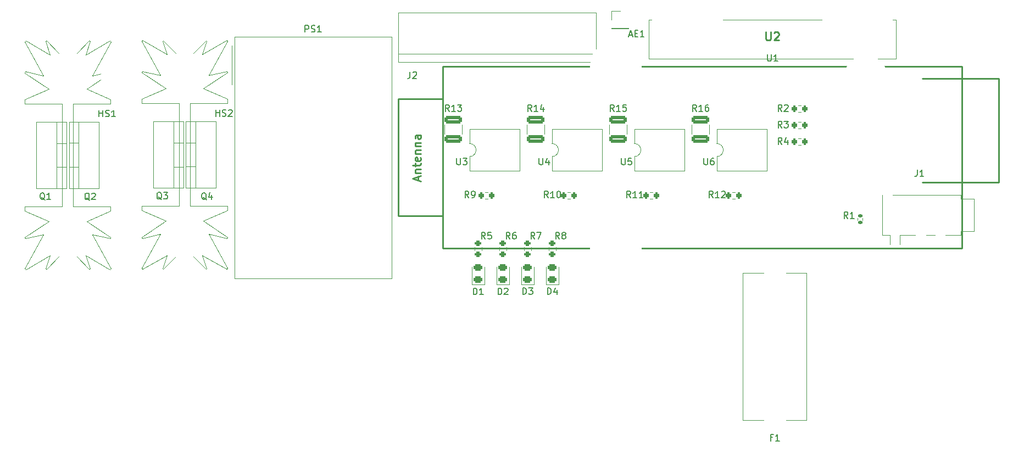
<source format=gbr>
%TF.GenerationSoftware,KiCad,Pcbnew,(7.0.0)*%
%TF.CreationDate,2024-01-27T17:52:15+01:00*%
%TF.ProjectId,bed-smart-plug,6265642d-736d-4617-9274-2d706c75672e,rev?*%
%TF.SameCoordinates,Original*%
%TF.FileFunction,Legend,Top*%
%TF.FilePolarity,Positive*%
%FSLAX46Y46*%
G04 Gerber Fmt 4.6, Leading zero omitted, Abs format (unit mm)*
G04 Created by KiCad (PCBNEW (7.0.0)) date 2024-01-27 17:52:15*
%MOMM*%
%LPD*%
G01*
G04 APERTURE LIST*
G04 Aperture macros list*
%AMRoundRect*
0 Rectangle with rounded corners*
0 $1 Rounding radius*
0 $2 $3 $4 $5 $6 $7 $8 $9 X,Y pos of 4 corners*
0 Add a 4 corners polygon primitive as box body*
4,1,4,$2,$3,$4,$5,$6,$7,$8,$9,$2,$3,0*
0 Add four circle primitives for the rounded corners*
1,1,$1+$1,$2,$3*
1,1,$1+$1,$4,$5*
1,1,$1+$1,$6,$7*
1,1,$1+$1,$8,$9*
0 Add four rect primitives between the rounded corners*
20,1,$1+$1,$2,$3,$4,$5,0*
20,1,$1+$1,$4,$5,$6,$7,0*
20,1,$1+$1,$6,$7,$8,$9,0*
20,1,$1+$1,$8,$9,$2,$3,0*%
G04 Aperture macros list end*
%ADD10C,0.150000*%
%ADD11C,0.254000*%
%ADD12C,0.120000*%
%ADD13C,0.100000*%
%ADD14C,6.000000*%
%ADD15C,6.400000*%
%ADD16RoundRect,0.243750X0.456250X-0.243750X0.456250X0.243750X-0.456250X0.243750X-0.456250X-0.243750X0*%
%ADD17C,8.000000*%
%ADD18R,1.780000X2.000000*%
%ADD19C,2.700000*%
%ADD20C,3.000000*%
%ADD21RoundRect,0.250000X1.075000X-0.312500X1.075000X0.312500X-1.075000X0.312500X-1.075000X-0.312500X0*%
%ADD22O,2.000000X1.905000*%
%ADD23R,2.000000X1.905000*%
%ADD24R,1.700000X1.700000*%
%ADD25RoundRect,0.200000X-0.200000X-0.275000X0.200000X-0.275000X0.200000X0.275000X-0.200000X0.275000X0*%
%ADD26R,1.778000X1.778000*%
%ADD27C,1.778000*%
%ADD28C,1.200000*%
%ADD29R,2.300000X2.000000*%
%ADD30C,2.300000*%
%ADD31C,1.500000*%
%ADD32R,1.200000X2.500000*%
%ADD33R,3.000000X3.000000*%
%ADD34RoundRect,0.200000X-0.275000X0.200000X-0.275000X-0.200000X0.275000X-0.200000X0.275000X0.200000X0*%
%ADD35RoundRect,0.135000X0.185000X-0.135000X0.185000X0.135000X-0.185000X0.135000X-0.185000X-0.135000X0*%
G04 APERTURE END LIST*
D10*
%TO.C,HS1*%
X83806905Y-63427380D02*
X83806905Y-62427380D01*
X83806905Y-62903571D02*
X84378333Y-62903571D01*
X84378333Y-63427380D02*
X84378333Y-62427380D01*
X84806905Y-63379761D02*
X84949762Y-63427380D01*
X84949762Y-63427380D02*
X85187857Y-63427380D01*
X85187857Y-63427380D02*
X85283095Y-63379761D01*
X85283095Y-63379761D02*
X85330714Y-63332142D01*
X85330714Y-63332142D02*
X85378333Y-63236904D01*
X85378333Y-63236904D02*
X85378333Y-63141666D01*
X85378333Y-63141666D02*
X85330714Y-63046428D01*
X85330714Y-63046428D02*
X85283095Y-62998809D01*
X85283095Y-62998809D02*
X85187857Y-62951190D01*
X85187857Y-62951190D02*
X84997381Y-62903571D01*
X84997381Y-62903571D02*
X84902143Y-62855952D01*
X84902143Y-62855952D02*
X84854524Y-62808333D01*
X84854524Y-62808333D02*
X84806905Y-62713095D01*
X84806905Y-62713095D02*
X84806905Y-62617857D01*
X84806905Y-62617857D02*
X84854524Y-62522619D01*
X84854524Y-62522619D02*
X84902143Y-62475000D01*
X84902143Y-62475000D02*
X84997381Y-62427380D01*
X84997381Y-62427380D02*
X85235476Y-62427380D01*
X85235476Y-62427380D02*
X85378333Y-62475000D01*
X86330714Y-63427380D02*
X85759286Y-63427380D01*
X86045000Y-63427380D02*
X86045000Y-62427380D01*
X86045000Y-62427380D02*
X85949762Y-62570238D01*
X85949762Y-62570238D02*
X85854524Y-62665476D01*
X85854524Y-62665476D02*
X85759286Y-62713095D01*
%TO.C,*%
%TO.C,D2*%
X145311905Y-90869880D02*
X145311905Y-89869880D01*
X145311905Y-89869880D02*
X145550000Y-89869880D01*
X145550000Y-89869880D02*
X145692857Y-89917500D01*
X145692857Y-89917500D02*
X145788095Y-90012738D01*
X145788095Y-90012738D02*
X145835714Y-90107976D01*
X145835714Y-90107976D02*
X145883333Y-90298452D01*
X145883333Y-90298452D02*
X145883333Y-90441309D01*
X145883333Y-90441309D02*
X145835714Y-90631785D01*
X145835714Y-90631785D02*
X145788095Y-90727023D01*
X145788095Y-90727023D02*
X145692857Y-90822261D01*
X145692857Y-90822261D02*
X145550000Y-90869880D01*
X145550000Y-90869880D02*
X145311905Y-90869880D01*
X146264286Y-89965119D02*
X146311905Y-89917500D01*
X146311905Y-89917500D02*
X146407143Y-89869880D01*
X146407143Y-89869880D02*
X146645238Y-89869880D01*
X146645238Y-89869880D02*
X146740476Y-89917500D01*
X146740476Y-89917500D02*
X146788095Y-89965119D01*
X146788095Y-89965119D02*
X146835714Y-90060357D01*
X146835714Y-90060357D02*
X146835714Y-90155595D01*
X146835714Y-90155595D02*
X146788095Y-90298452D01*
X146788095Y-90298452D02*
X146216667Y-90869880D01*
X146216667Y-90869880D02*
X146835714Y-90869880D01*
%TO.C,*%
%TO.C,U5*%
X164338095Y-69852380D02*
X164338095Y-70661904D01*
X164338095Y-70661904D02*
X164385714Y-70757142D01*
X164385714Y-70757142D02*
X164433333Y-70804761D01*
X164433333Y-70804761D02*
X164528571Y-70852380D01*
X164528571Y-70852380D02*
X164719047Y-70852380D01*
X164719047Y-70852380D02*
X164814285Y-70804761D01*
X164814285Y-70804761D02*
X164861904Y-70757142D01*
X164861904Y-70757142D02*
X164909523Y-70661904D01*
X164909523Y-70661904D02*
X164909523Y-69852380D01*
X165861904Y-69852380D02*
X165385714Y-69852380D01*
X165385714Y-69852380D02*
X165338095Y-70328571D01*
X165338095Y-70328571D02*
X165385714Y-70280952D01*
X165385714Y-70280952D02*
X165480952Y-70233333D01*
X165480952Y-70233333D02*
X165719047Y-70233333D01*
X165719047Y-70233333D02*
X165814285Y-70280952D01*
X165814285Y-70280952D02*
X165861904Y-70328571D01*
X165861904Y-70328571D02*
X165909523Y-70423809D01*
X165909523Y-70423809D02*
X165909523Y-70661904D01*
X165909523Y-70661904D02*
X165861904Y-70757142D01*
X165861904Y-70757142D02*
X165814285Y-70804761D01*
X165814285Y-70804761D02*
X165719047Y-70852380D01*
X165719047Y-70852380D02*
X165480952Y-70852380D01*
X165480952Y-70852380D02*
X165385714Y-70804761D01*
X165385714Y-70804761D02*
X165338095Y-70757142D01*
%TO.C,F1*%
X187626666Y-112873571D02*
X187293333Y-112873571D01*
X187293333Y-113397380D02*
X187293333Y-112397380D01*
X187293333Y-112397380D02*
X187769523Y-112397380D01*
X188674285Y-113397380D02*
X188102857Y-113397380D01*
X188388571Y-113397380D02*
X188388571Y-112397380D01*
X188388571Y-112397380D02*
X188293333Y-112540238D01*
X188293333Y-112540238D02*
X188198095Y-112635476D01*
X188198095Y-112635476D02*
X188102857Y-112683095D01*
%TO.C,R16*%
X175887142Y-62597380D02*
X175553809Y-62121190D01*
X175315714Y-62597380D02*
X175315714Y-61597380D01*
X175315714Y-61597380D02*
X175696666Y-61597380D01*
X175696666Y-61597380D02*
X175791904Y-61645000D01*
X175791904Y-61645000D02*
X175839523Y-61692619D01*
X175839523Y-61692619D02*
X175887142Y-61787857D01*
X175887142Y-61787857D02*
X175887142Y-61930714D01*
X175887142Y-61930714D02*
X175839523Y-62025952D01*
X175839523Y-62025952D02*
X175791904Y-62073571D01*
X175791904Y-62073571D02*
X175696666Y-62121190D01*
X175696666Y-62121190D02*
X175315714Y-62121190D01*
X176839523Y-62597380D02*
X176268095Y-62597380D01*
X176553809Y-62597380D02*
X176553809Y-61597380D01*
X176553809Y-61597380D02*
X176458571Y-61740238D01*
X176458571Y-61740238D02*
X176363333Y-61835476D01*
X176363333Y-61835476D02*
X176268095Y-61883095D01*
X177696666Y-61597380D02*
X177506190Y-61597380D01*
X177506190Y-61597380D02*
X177410952Y-61645000D01*
X177410952Y-61645000D02*
X177363333Y-61692619D01*
X177363333Y-61692619D02*
X177268095Y-61835476D01*
X177268095Y-61835476D02*
X177220476Y-62025952D01*
X177220476Y-62025952D02*
X177220476Y-62406904D01*
X177220476Y-62406904D02*
X177268095Y-62502142D01*
X177268095Y-62502142D02*
X177315714Y-62549761D01*
X177315714Y-62549761D02*
X177410952Y-62597380D01*
X177410952Y-62597380D02*
X177601428Y-62597380D01*
X177601428Y-62597380D02*
X177696666Y-62549761D01*
X177696666Y-62549761D02*
X177744285Y-62502142D01*
X177744285Y-62502142D02*
X177791904Y-62406904D01*
X177791904Y-62406904D02*
X177791904Y-62168809D01*
X177791904Y-62168809D02*
X177744285Y-62073571D01*
X177744285Y-62073571D02*
X177696666Y-62025952D01*
X177696666Y-62025952D02*
X177601428Y-61978333D01*
X177601428Y-61978333D02*
X177410952Y-61978333D01*
X177410952Y-61978333D02*
X177315714Y-62025952D01*
X177315714Y-62025952D02*
X177268095Y-62073571D01*
X177268095Y-62073571D02*
X177220476Y-62168809D01*
%TO.C,D4*%
X152931905Y-90837380D02*
X152931905Y-89837380D01*
X152931905Y-89837380D02*
X153170000Y-89837380D01*
X153170000Y-89837380D02*
X153312857Y-89885000D01*
X153312857Y-89885000D02*
X153408095Y-89980238D01*
X153408095Y-89980238D02*
X153455714Y-90075476D01*
X153455714Y-90075476D02*
X153503333Y-90265952D01*
X153503333Y-90265952D02*
X153503333Y-90408809D01*
X153503333Y-90408809D02*
X153455714Y-90599285D01*
X153455714Y-90599285D02*
X153408095Y-90694523D01*
X153408095Y-90694523D02*
X153312857Y-90789761D01*
X153312857Y-90789761D02*
X153170000Y-90837380D01*
X153170000Y-90837380D02*
X152931905Y-90837380D01*
X154360476Y-90170714D02*
X154360476Y-90837380D01*
X154122381Y-89789761D02*
X153884286Y-90504047D01*
X153884286Y-90504047D02*
X154503333Y-90504047D01*
%TO.C,*%
%TO.C,Q3*%
X93454761Y-76212619D02*
X93359523Y-76165000D01*
X93359523Y-76165000D02*
X93264285Y-76069761D01*
X93264285Y-76069761D02*
X93121428Y-75926904D01*
X93121428Y-75926904D02*
X93026190Y-75879285D01*
X93026190Y-75879285D02*
X92930952Y-75879285D01*
X92978571Y-76117380D02*
X92883333Y-76069761D01*
X92883333Y-76069761D02*
X92788095Y-75974523D01*
X92788095Y-75974523D02*
X92740476Y-75784047D01*
X92740476Y-75784047D02*
X92740476Y-75450714D01*
X92740476Y-75450714D02*
X92788095Y-75260238D01*
X92788095Y-75260238D02*
X92883333Y-75165000D01*
X92883333Y-75165000D02*
X92978571Y-75117380D01*
X92978571Y-75117380D02*
X93169047Y-75117380D01*
X93169047Y-75117380D02*
X93264285Y-75165000D01*
X93264285Y-75165000D02*
X93359523Y-75260238D01*
X93359523Y-75260238D02*
X93407142Y-75450714D01*
X93407142Y-75450714D02*
X93407142Y-75784047D01*
X93407142Y-75784047D02*
X93359523Y-75974523D01*
X93359523Y-75974523D02*
X93264285Y-76069761D01*
X93264285Y-76069761D02*
X93169047Y-76117380D01*
X93169047Y-76117380D02*
X92978571Y-76117380D01*
X93740476Y-75117380D02*
X94359523Y-75117380D01*
X94359523Y-75117380D02*
X94026190Y-75498333D01*
X94026190Y-75498333D02*
X94169047Y-75498333D01*
X94169047Y-75498333D02*
X94264285Y-75545952D01*
X94264285Y-75545952D02*
X94311904Y-75593571D01*
X94311904Y-75593571D02*
X94359523Y-75688809D01*
X94359523Y-75688809D02*
X94359523Y-75926904D01*
X94359523Y-75926904D02*
X94311904Y-76022142D01*
X94311904Y-76022142D02*
X94264285Y-76069761D01*
X94264285Y-76069761D02*
X94169047Y-76117380D01*
X94169047Y-76117380D02*
X93883333Y-76117380D01*
X93883333Y-76117380D02*
X93788095Y-76069761D01*
X93788095Y-76069761D02*
X93740476Y-76022142D01*
%TO.C,*%
%TO.C,AE1*%
X165483333Y-50831666D02*
X165959523Y-50831666D01*
X165388095Y-51117380D02*
X165721428Y-50117380D01*
X165721428Y-50117380D02*
X166054761Y-51117380D01*
X166388095Y-50593571D02*
X166721428Y-50593571D01*
X166864285Y-51117380D02*
X166388095Y-51117380D01*
X166388095Y-51117380D02*
X166388095Y-50117380D01*
X166388095Y-50117380D02*
X166864285Y-50117380D01*
X167816666Y-51117380D02*
X167245238Y-51117380D01*
X167530952Y-51117380D02*
X167530952Y-50117380D01*
X167530952Y-50117380D02*
X167435714Y-50260238D01*
X167435714Y-50260238D02*
X167340476Y-50355476D01*
X167340476Y-50355476D02*
X167245238Y-50403095D01*
%TO.C,R10*%
X153027142Y-75932380D02*
X152693809Y-75456190D01*
X152455714Y-75932380D02*
X152455714Y-74932380D01*
X152455714Y-74932380D02*
X152836666Y-74932380D01*
X152836666Y-74932380D02*
X152931904Y-74980000D01*
X152931904Y-74980000D02*
X152979523Y-75027619D01*
X152979523Y-75027619D02*
X153027142Y-75122857D01*
X153027142Y-75122857D02*
X153027142Y-75265714D01*
X153027142Y-75265714D02*
X152979523Y-75360952D01*
X152979523Y-75360952D02*
X152931904Y-75408571D01*
X152931904Y-75408571D02*
X152836666Y-75456190D01*
X152836666Y-75456190D02*
X152455714Y-75456190D01*
X153979523Y-75932380D02*
X153408095Y-75932380D01*
X153693809Y-75932380D02*
X153693809Y-74932380D01*
X153693809Y-74932380D02*
X153598571Y-75075238D01*
X153598571Y-75075238D02*
X153503333Y-75170476D01*
X153503333Y-75170476D02*
X153408095Y-75218095D01*
X154598571Y-74932380D02*
X154693809Y-74932380D01*
X154693809Y-74932380D02*
X154789047Y-74980000D01*
X154789047Y-74980000D02*
X154836666Y-75027619D01*
X154836666Y-75027619D02*
X154884285Y-75122857D01*
X154884285Y-75122857D02*
X154931904Y-75313333D01*
X154931904Y-75313333D02*
X154931904Y-75551428D01*
X154931904Y-75551428D02*
X154884285Y-75741904D01*
X154884285Y-75741904D02*
X154836666Y-75837142D01*
X154836666Y-75837142D02*
X154789047Y-75884761D01*
X154789047Y-75884761D02*
X154693809Y-75932380D01*
X154693809Y-75932380D02*
X154598571Y-75932380D01*
X154598571Y-75932380D02*
X154503333Y-75884761D01*
X154503333Y-75884761D02*
X154455714Y-75837142D01*
X154455714Y-75837142D02*
X154408095Y-75741904D01*
X154408095Y-75741904D02*
X154360476Y-75551428D01*
X154360476Y-75551428D02*
X154360476Y-75313333D01*
X154360476Y-75313333D02*
X154408095Y-75122857D01*
X154408095Y-75122857D02*
X154455714Y-75027619D01*
X154455714Y-75027619D02*
X154503333Y-74980000D01*
X154503333Y-74980000D02*
X154598571Y-74932380D01*
%TO.C,U1*%
X186853095Y-53857380D02*
X186853095Y-54666904D01*
X186853095Y-54666904D02*
X186900714Y-54762142D01*
X186900714Y-54762142D02*
X186948333Y-54809761D01*
X186948333Y-54809761D02*
X187043571Y-54857380D01*
X187043571Y-54857380D02*
X187234047Y-54857380D01*
X187234047Y-54857380D02*
X187329285Y-54809761D01*
X187329285Y-54809761D02*
X187376904Y-54762142D01*
X187376904Y-54762142D02*
X187424523Y-54666904D01*
X187424523Y-54666904D02*
X187424523Y-53857380D01*
X188424523Y-54857380D02*
X187853095Y-54857380D01*
X188138809Y-54857380D02*
X188138809Y-53857380D01*
X188138809Y-53857380D02*
X188043571Y-54000238D01*
X188043571Y-54000238D02*
X187948333Y-54095476D01*
X187948333Y-54095476D02*
X187853095Y-54143095D01*
D11*
X133003716Y-73237619D02*
X133003716Y-72632857D01*
X133366573Y-73358571D02*
X132096573Y-72935238D01*
X132096573Y-72935238D02*
X133366573Y-72511904D01*
X132519907Y-72088572D02*
X133366573Y-72088572D01*
X132640859Y-72088572D02*
X132580383Y-72028095D01*
X132580383Y-72028095D02*
X132519907Y-71907143D01*
X132519907Y-71907143D02*
X132519907Y-71725714D01*
X132519907Y-71725714D02*
X132580383Y-71604762D01*
X132580383Y-71604762D02*
X132701335Y-71544286D01*
X132701335Y-71544286D02*
X133366573Y-71544286D01*
X132519907Y-71120952D02*
X132519907Y-70637143D01*
X132096573Y-70939524D02*
X133185145Y-70939524D01*
X133185145Y-70939524D02*
X133306097Y-70879047D01*
X133306097Y-70879047D02*
X133366573Y-70758095D01*
X133366573Y-70758095D02*
X133366573Y-70637143D01*
X133306097Y-69730000D02*
X133366573Y-69850952D01*
X133366573Y-69850952D02*
X133366573Y-70092857D01*
X133366573Y-70092857D02*
X133306097Y-70213810D01*
X133306097Y-70213810D02*
X133185145Y-70274286D01*
X133185145Y-70274286D02*
X132701335Y-70274286D01*
X132701335Y-70274286D02*
X132580383Y-70213810D01*
X132580383Y-70213810D02*
X132519907Y-70092857D01*
X132519907Y-70092857D02*
X132519907Y-69850952D01*
X132519907Y-69850952D02*
X132580383Y-69730000D01*
X132580383Y-69730000D02*
X132701335Y-69669524D01*
X132701335Y-69669524D02*
X132822288Y-69669524D01*
X132822288Y-69669524D02*
X132943240Y-70274286D01*
X132519907Y-69125239D02*
X133366573Y-69125239D01*
X132640859Y-69125239D02*
X132580383Y-69064762D01*
X132580383Y-69064762D02*
X132519907Y-68943810D01*
X132519907Y-68943810D02*
X132519907Y-68762381D01*
X132519907Y-68762381D02*
X132580383Y-68641429D01*
X132580383Y-68641429D02*
X132701335Y-68580953D01*
X132701335Y-68580953D02*
X133366573Y-68580953D01*
X132519907Y-67976191D02*
X133366573Y-67976191D01*
X132640859Y-67976191D02*
X132580383Y-67915714D01*
X132580383Y-67915714D02*
X132519907Y-67794762D01*
X132519907Y-67794762D02*
X132519907Y-67613333D01*
X132519907Y-67613333D02*
X132580383Y-67492381D01*
X132580383Y-67492381D02*
X132701335Y-67431905D01*
X132701335Y-67431905D02*
X133366573Y-67431905D01*
X133366573Y-66282857D02*
X132701335Y-66282857D01*
X132701335Y-66282857D02*
X132580383Y-66343333D01*
X132580383Y-66343333D02*
X132519907Y-66464285D01*
X132519907Y-66464285D02*
X132519907Y-66706190D01*
X132519907Y-66706190D02*
X132580383Y-66827143D01*
X133306097Y-66282857D02*
X133366573Y-66403809D01*
X133366573Y-66403809D02*
X133366573Y-66706190D01*
X133366573Y-66706190D02*
X133306097Y-66827143D01*
X133306097Y-66827143D02*
X133185145Y-66887619D01*
X133185145Y-66887619D02*
X133064192Y-66887619D01*
X133064192Y-66887619D02*
X132943240Y-66827143D01*
X132943240Y-66827143D02*
X132882764Y-66706190D01*
X132882764Y-66706190D02*
X132882764Y-66403809D01*
X132882764Y-66403809D02*
X132822288Y-66282857D01*
D10*
%TO.C,Q4*%
X100354761Y-76262619D02*
X100259523Y-76215000D01*
X100259523Y-76215000D02*
X100164285Y-76119761D01*
X100164285Y-76119761D02*
X100021428Y-75976904D01*
X100021428Y-75976904D02*
X99926190Y-75929285D01*
X99926190Y-75929285D02*
X99830952Y-75929285D01*
X99878571Y-76167380D02*
X99783333Y-76119761D01*
X99783333Y-76119761D02*
X99688095Y-76024523D01*
X99688095Y-76024523D02*
X99640476Y-75834047D01*
X99640476Y-75834047D02*
X99640476Y-75500714D01*
X99640476Y-75500714D02*
X99688095Y-75310238D01*
X99688095Y-75310238D02*
X99783333Y-75215000D01*
X99783333Y-75215000D02*
X99878571Y-75167380D01*
X99878571Y-75167380D02*
X100069047Y-75167380D01*
X100069047Y-75167380D02*
X100164285Y-75215000D01*
X100164285Y-75215000D02*
X100259523Y-75310238D01*
X100259523Y-75310238D02*
X100307142Y-75500714D01*
X100307142Y-75500714D02*
X100307142Y-75834047D01*
X100307142Y-75834047D02*
X100259523Y-76024523D01*
X100259523Y-76024523D02*
X100164285Y-76119761D01*
X100164285Y-76119761D02*
X100069047Y-76167380D01*
X100069047Y-76167380D02*
X99878571Y-76167380D01*
X101164285Y-75500714D02*
X101164285Y-76167380D01*
X100926190Y-75119761D02*
X100688095Y-75834047D01*
X100688095Y-75834047D02*
X101307142Y-75834047D01*
%TO.C,D1*%
X141501905Y-90869880D02*
X141501905Y-89869880D01*
X141501905Y-89869880D02*
X141740000Y-89869880D01*
X141740000Y-89869880D02*
X141882857Y-89917500D01*
X141882857Y-89917500D02*
X141978095Y-90012738D01*
X141978095Y-90012738D02*
X142025714Y-90107976D01*
X142025714Y-90107976D02*
X142073333Y-90298452D01*
X142073333Y-90298452D02*
X142073333Y-90441309D01*
X142073333Y-90441309D02*
X142025714Y-90631785D01*
X142025714Y-90631785D02*
X141978095Y-90727023D01*
X141978095Y-90727023D02*
X141882857Y-90822261D01*
X141882857Y-90822261D02*
X141740000Y-90869880D01*
X141740000Y-90869880D02*
X141501905Y-90869880D01*
X143025714Y-90869880D02*
X142454286Y-90869880D01*
X142740000Y-90869880D02*
X142740000Y-89869880D01*
X142740000Y-89869880D02*
X142644762Y-90012738D01*
X142644762Y-90012738D02*
X142549524Y-90107976D01*
X142549524Y-90107976D02*
X142454286Y-90155595D01*
D11*
%TO.C,U2*%
X186592380Y-50396573D02*
X186592380Y-51424669D01*
X186592380Y-51424669D02*
X186652857Y-51545621D01*
X186652857Y-51545621D02*
X186713333Y-51606097D01*
X186713333Y-51606097D02*
X186834285Y-51666573D01*
X186834285Y-51666573D02*
X187076190Y-51666573D01*
X187076190Y-51666573D02*
X187197142Y-51606097D01*
X187197142Y-51606097D02*
X187257619Y-51545621D01*
X187257619Y-51545621D02*
X187318095Y-51424669D01*
X187318095Y-51424669D02*
X187318095Y-50396573D01*
X187862380Y-50517526D02*
X187922856Y-50457050D01*
X187922856Y-50457050D02*
X188043809Y-50396573D01*
X188043809Y-50396573D02*
X188346190Y-50396573D01*
X188346190Y-50396573D02*
X188467142Y-50457050D01*
X188467142Y-50457050D02*
X188527618Y-50517526D01*
X188527618Y-50517526D02*
X188588095Y-50638478D01*
X188588095Y-50638478D02*
X188588095Y-50759430D01*
X188588095Y-50759430D02*
X188527618Y-50940859D01*
X188527618Y-50940859D02*
X187801904Y-51666573D01*
X187801904Y-51666573D02*
X188588095Y-51666573D01*
D10*
%TO.C,PS1*%
X115575714Y-50387380D02*
X115575714Y-49387380D01*
X115575714Y-49387380D02*
X115956666Y-49387380D01*
X115956666Y-49387380D02*
X116051904Y-49435000D01*
X116051904Y-49435000D02*
X116099523Y-49482619D01*
X116099523Y-49482619D02*
X116147142Y-49577857D01*
X116147142Y-49577857D02*
X116147142Y-49720714D01*
X116147142Y-49720714D02*
X116099523Y-49815952D01*
X116099523Y-49815952D02*
X116051904Y-49863571D01*
X116051904Y-49863571D02*
X115956666Y-49911190D01*
X115956666Y-49911190D02*
X115575714Y-49911190D01*
X116528095Y-50339761D02*
X116670952Y-50387380D01*
X116670952Y-50387380D02*
X116909047Y-50387380D01*
X116909047Y-50387380D02*
X117004285Y-50339761D01*
X117004285Y-50339761D02*
X117051904Y-50292142D01*
X117051904Y-50292142D02*
X117099523Y-50196904D01*
X117099523Y-50196904D02*
X117099523Y-50101666D01*
X117099523Y-50101666D02*
X117051904Y-50006428D01*
X117051904Y-50006428D02*
X117004285Y-49958809D01*
X117004285Y-49958809D02*
X116909047Y-49911190D01*
X116909047Y-49911190D02*
X116718571Y-49863571D01*
X116718571Y-49863571D02*
X116623333Y-49815952D01*
X116623333Y-49815952D02*
X116575714Y-49768333D01*
X116575714Y-49768333D02*
X116528095Y-49673095D01*
X116528095Y-49673095D02*
X116528095Y-49577857D01*
X116528095Y-49577857D02*
X116575714Y-49482619D01*
X116575714Y-49482619D02*
X116623333Y-49435000D01*
X116623333Y-49435000D02*
X116718571Y-49387380D01*
X116718571Y-49387380D02*
X116956666Y-49387380D01*
X116956666Y-49387380D02*
X117099523Y-49435000D01*
X118051904Y-50387380D02*
X117480476Y-50387380D01*
X117766190Y-50387380D02*
X117766190Y-49387380D01*
X117766190Y-49387380D02*
X117670952Y-49530238D01*
X117670952Y-49530238D02*
X117575714Y-49625476D01*
X117575714Y-49625476D02*
X117480476Y-49673095D01*
%TO.C,R15*%
X163187142Y-62597380D02*
X162853809Y-62121190D01*
X162615714Y-62597380D02*
X162615714Y-61597380D01*
X162615714Y-61597380D02*
X162996666Y-61597380D01*
X162996666Y-61597380D02*
X163091904Y-61645000D01*
X163091904Y-61645000D02*
X163139523Y-61692619D01*
X163139523Y-61692619D02*
X163187142Y-61787857D01*
X163187142Y-61787857D02*
X163187142Y-61930714D01*
X163187142Y-61930714D02*
X163139523Y-62025952D01*
X163139523Y-62025952D02*
X163091904Y-62073571D01*
X163091904Y-62073571D02*
X162996666Y-62121190D01*
X162996666Y-62121190D02*
X162615714Y-62121190D01*
X164139523Y-62597380D02*
X163568095Y-62597380D01*
X163853809Y-62597380D02*
X163853809Y-61597380D01*
X163853809Y-61597380D02*
X163758571Y-61740238D01*
X163758571Y-61740238D02*
X163663333Y-61835476D01*
X163663333Y-61835476D02*
X163568095Y-61883095D01*
X165044285Y-61597380D02*
X164568095Y-61597380D01*
X164568095Y-61597380D02*
X164520476Y-62073571D01*
X164520476Y-62073571D02*
X164568095Y-62025952D01*
X164568095Y-62025952D02*
X164663333Y-61978333D01*
X164663333Y-61978333D02*
X164901428Y-61978333D01*
X164901428Y-61978333D02*
X164996666Y-62025952D01*
X164996666Y-62025952D02*
X165044285Y-62073571D01*
X165044285Y-62073571D02*
X165091904Y-62168809D01*
X165091904Y-62168809D02*
X165091904Y-62406904D01*
X165091904Y-62406904D02*
X165044285Y-62502142D01*
X165044285Y-62502142D02*
X164996666Y-62549761D01*
X164996666Y-62549761D02*
X164901428Y-62597380D01*
X164901428Y-62597380D02*
X164663333Y-62597380D01*
X164663333Y-62597380D02*
X164568095Y-62549761D01*
X164568095Y-62549761D02*
X164520476Y-62502142D01*
%TO.C,U6*%
X177038095Y-69852380D02*
X177038095Y-70661904D01*
X177038095Y-70661904D02*
X177085714Y-70757142D01*
X177085714Y-70757142D02*
X177133333Y-70804761D01*
X177133333Y-70804761D02*
X177228571Y-70852380D01*
X177228571Y-70852380D02*
X177419047Y-70852380D01*
X177419047Y-70852380D02*
X177514285Y-70804761D01*
X177514285Y-70804761D02*
X177561904Y-70757142D01*
X177561904Y-70757142D02*
X177609523Y-70661904D01*
X177609523Y-70661904D02*
X177609523Y-69852380D01*
X178514285Y-69852380D02*
X178323809Y-69852380D01*
X178323809Y-69852380D02*
X178228571Y-69900000D01*
X178228571Y-69900000D02*
X178180952Y-69947619D01*
X178180952Y-69947619D02*
X178085714Y-70090476D01*
X178085714Y-70090476D02*
X178038095Y-70280952D01*
X178038095Y-70280952D02*
X178038095Y-70661904D01*
X178038095Y-70661904D02*
X178085714Y-70757142D01*
X178085714Y-70757142D02*
X178133333Y-70804761D01*
X178133333Y-70804761D02*
X178228571Y-70852380D01*
X178228571Y-70852380D02*
X178419047Y-70852380D01*
X178419047Y-70852380D02*
X178514285Y-70804761D01*
X178514285Y-70804761D02*
X178561904Y-70757142D01*
X178561904Y-70757142D02*
X178609523Y-70661904D01*
X178609523Y-70661904D02*
X178609523Y-70423809D01*
X178609523Y-70423809D02*
X178561904Y-70328571D01*
X178561904Y-70328571D02*
X178514285Y-70280952D01*
X178514285Y-70280952D02*
X178419047Y-70233333D01*
X178419047Y-70233333D02*
X178228571Y-70233333D01*
X178228571Y-70233333D02*
X178133333Y-70280952D01*
X178133333Y-70280952D02*
X178085714Y-70328571D01*
X178085714Y-70328571D02*
X178038095Y-70423809D01*
%TO.C,J1*%
X209904666Y-71637380D02*
X209904666Y-72351666D01*
X209904666Y-72351666D02*
X209857047Y-72494523D01*
X209857047Y-72494523D02*
X209761809Y-72589761D01*
X209761809Y-72589761D02*
X209618952Y-72637380D01*
X209618952Y-72637380D02*
X209523714Y-72637380D01*
X210904666Y-72637380D02*
X210333238Y-72637380D01*
X210618952Y-72637380D02*
X210618952Y-71637380D01*
X210618952Y-71637380D02*
X210523714Y-71780238D01*
X210523714Y-71780238D02*
X210428476Y-71875476D01*
X210428476Y-71875476D02*
X210333238Y-71923095D01*
%TO.C,J2*%
X131746666Y-56517380D02*
X131746666Y-57231666D01*
X131746666Y-57231666D02*
X131699047Y-57374523D01*
X131699047Y-57374523D02*
X131603809Y-57469761D01*
X131603809Y-57469761D02*
X131460952Y-57517380D01*
X131460952Y-57517380D02*
X131365714Y-57517380D01*
X132175238Y-56612619D02*
X132222857Y-56565000D01*
X132222857Y-56565000D02*
X132318095Y-56517380D01*
X132318095Y-56517380D02*
X132556190Y-56517380D01*
X132556190Y-56517380D02*
X132651428Y-56565000D01*
X132651428Y-56565000D02*
X132699047Y-56612619D01*
X132699047Y-56612619D02*
X132746666Y-56707857D01*
X132746666Y-56707857D02*
X132746666Y-56803095D01*
X132746666Y-56803095D02*
X132699047Y-56945952D01*
X132699047Y-56945952D02*
X132127619Y-57517380D01*
X132127619Y-57517380D02*
X132746666Y-57517380D01*
%TO.C,HS2*%
X101811905Y-63367380D02*
X101811905Y-62367380D01*
X101811905Y-62843571D02*
X102383333Y-62843571D01*
X102383333Y-63367380D02*
X102383333Y-62367380D01*
X102811905Y-63319761D02*
X102954762Y-63367380D01*
X102954762Y-63367380D02*
X103192857Y-63367380D01*
X103192857Y-63367380D02*
X103288095Y-63319761D01*
X103288095Y-63319761D02*
X103335714Y-63272142D01*
X103335714Y-63272142D02*
X103383333Y-63176904D01*
X103383333Y-63176904D02*
X103383333Y-63081666D01*
X103383333Y-63081666D02*
X103335714Y-62986428D01*
X103335714Y-62986428D02*
X103288095Y-62938809D01*
X103288095Y-62938809D02*
X103192857Y-62891190D01*
X103192857Y-62891190D02*
X103002381Y-62843571D01*
X103002381Y-62843571D02*
X102907143Y-62795952D01*
X102907143Y-62795952D02*
X102859524Y-62748333D01*
X102859524Y-62748333D02*
X102811905Y-62653095D01*
X102811905Y-62653095D02*
X102811905Y-62557857D01*
X102811905Y-62557857D02*
X102859524Y-62462619D01*
X102859524Y-62462619D02*
X102907143Y-62415000D01*
X102907143Y-62415000D02*
X103002381Y-62367380D01*
X103002381Y-62367380D02*
X103240476Y-62367380D01*
X103240476Y-62367380D02*
X103383333Y-62415000D01*
X103764286Y-62462619D02*
X103811905Y-62415000D01*
X103811905Y-62415000D02*
X103907143Y-62367380D01*
X103907143Y-62367380D02*
X104145238Y-62367380D01*
X104145238Y-62367380D02*
X104240476Y-62415000D01*
X104240476Y-62415000D02*
X104288095Y-62462619D01*
X104288095Y-62462619D02*
X104335714Y-62557857D01*
X104335714Y-62557857D02*
X104335714Y-62653095D01*
X104335714Y-62653095D02*
X104288095Y-62795952D01*
X104288095Y-62795952D02*
X103716667Y-63367380D01*
X103716667Y-63367380D02*
X104335714Y-63367380D01*
%TO.C,R7*%
X150963333Y-82282380D02*
X150630000Y-81806190D01*
X150391905Y-82282380D02*
X150391905Y-81282380D01*
X150391905Y-81282380D02*
X150772857Y-81282380D01*
X150772857Y-81282380D02*
X150868095Y-81330000D01*
X150868095Y-81330000D02*
X150915714Y-81377619D01*
X150915714Y-81377619D02*
X150963333Y-81472857D01*
X150963333Y-81472857D02*
X150963333Y-81615714D01*
X150963333Y-81615714D02*
X150915714Y-81710952D01*
X150915714Y-81710952D02*
X150868095Y-81758571D01*
X150868095Y-81758571D02*
X150772857Y-81806190D01*
X150772857Y-81806190D02*
X150391905Y-81806190D01*
X151296667Y-81282380D02*
X151963333Y-81282380D01*
X151963333Y-81282380D02*
X151534762Y-82282380D01*
%TO.C,R5*%
X143343333Y-82282380D02*
X143010000Y-81806190D01*
X142771905Y-82282380D02*
X142771905Y-81282380D01*
X142771905Y-81282380D02*
X143152857Y-81282380D01*
X143152857Y-81282380D02*
X143248095Y-81330000D01*
X143248095Y-81330000D02*
X143295714Y-81377619D01*
X143295714Y-81377619D02*
X143343333Y-81472857D01*
X143343333Y-81472857D02*
X143343333Y-81615714D01*
X143343333Y-81615714D02*
X143295714Y-81710952D01*
X143295714Y-81710952D02*
X143248095Y-81758571D01*
X143248095Y-81758571D02*
X143152857Y-81806190D01*
X143152857Y-81806190D02*
X142771905Y-81806190D01*
X144248095Y-81282380D02*
X143771905Y-81282380D01*
X143771905Y-81282380D02*
X143724286Y-81758571D01*
X143724286Y-81758571D02*
X143771905Y-81710952D01*
X143771905Y-81710952D02*
X143867143Y-81663333D01*
X143867143Y-81663333D02*
X144105238Y-81663333D01*
X144105238Y-81663333D02*
X144200476Y-81710952D01*
X144200476Y-81710952D02*
X144248095Y-81758571D01*
X144248095Y-81758571D02*
X144295714Y-81853809D01*
X144295714Y-81853809D02*
X144295714Y-82091904D01*
X144295714Y-82091904D02*
X144248095Y-82187142D01*
X144248095Y-82187142D02*
X144200476Y-82234761D01*
X144200476Y-82234761D02*
X144105238Y-82282380D01*
X144105238Y-82282380D02*
X143867143Y-82282380D01*
X143867143Y-82282380D02*
X143771905Y-82234761D01*
X143771905Y-82234761D02*
X143724286Y-82187142D01*
%TO.C,R11*%
X165727142Y-75932380D02*
X165393809Y-75456190D01*
X165155714Y-75932380D02*
X165155714Y-74932380D01*
X165155714Y-74932380D02*
X165536666Y-74932380D01*
X165536666Y-74932380D02*
X165631904Y-74980000D01*
X165631904Y-74980000D02*
X165679523Y-75027619D01*
X165679523Y-75027619D02*
X165727142Y-75122857D01*
X165727142Y-75122857D02*
X165727142Y-75265714D01*
X165727142Y-75265714D02*
X165679523Y-75360952D01*
X165679523Y-75360952D02*
X165631904Y-75408571D01*
X165631904Y-75408571D02*
X165536666Y-75456190D01*
X165536666Y-75456190D02*
X165155714Y-75456190D01*
X166679523Y-75932380D02*
X166108095Y-75932380D01*
X166393809Y-75932380D02*
X166393809Y-74932380D01*
X166393809Y-74932380D02*
X166298571Y-75075238D01*
X166298571Y-75075238D02*
X166203333Y-75170476D01*
X166203333Y-75170476D02*
X166108095Y-75218095D01*
X167631904Y-75932380D02*
X167060476Y-75932380D01*
X167346190Y-75932380D02*
X167346190Y-74932380D01*
X167346190Y-74932380D02*
X167250952Y-75075238D01*
X167250952Y-75075238D02*
X167155714Y-75170476D01*
X167155714Y-75170476D02*
X167060476Y-75218095D01*
%TO.C,R12*%
X178427142Y-75932380D02*
X178093809Y-75456190D01*
X177855714Y-75932380D02*
X177855714Y-74932380D01*
X177855714Y-74932380D02*
X178236666Y-74932380D01*
X178236666Y-74932380D02*
X178331904Y-74980000D01*
X178331904Y-74980000D02*
X178379523Y-75027619D01*
X178379523Y-75027619D02*
X178427142Y-75122857D01*
X178427142Y-75122857D02*
X178427142Y-75265714D01*
X178427142Y-75265714D02*
X178379523Y-75360952D01*
X178379523Y-75360952D02*
X178331904Y-75408571D01*
X178331904Y-75408571D02*
X178236666Y-75456190D01*
X178236666Y-75456190D02*
X177855714Y-75456190D01*
X179379523Y-75932380D02*
X178808095Y-75932380D01*
X179093809Y-75932380D02*
X179093809Y-74932380D01*
X179093809Y-74932380D02*
X178998571Y-75075238D01*
X178998571Y-75075238D02*
X178903333Y-75170476D01*
X178903333Y-75170476D02*
X178808095Y-75218095D01*
X179760476Y-75027619D02*
X179808095Y-74980000D01*
X179808095Y-74980000D02*
X179903333Y-74932380D01*
X179903333Y-74932380D02*
X180141428Y-74932380D01*
X180141428Y-74932380D02*
X180236666Y-74980000D01*
X180236666Y-74980000D02*
X180284285Y-75027619D01*
X180284285Y-75027619D02*
X180331904Y-75122857D01*
X180331904Y-75122857D02*
X180331904Y-75218095D01*
X180331904Y-75218095D02*
X180284285Y-75360952D01*
X180284285Y-75360952D02*
X179712857Y-75932380D01*
X179712857Y-75932380D02*
X180331904Y-75932380D01*
%TO.C,R13*%
X137787142Y-62597380D02*
X137453809Y-62121190D01*
X137215714Y-62597380D02*
X137215714Y-61597380D01*
X137215714Y-61597380D02*
X137596666Y-61597380D01*
X137596666Y-61597380D02*
X137691904Y-61645000D01*
X137691904Y-61645000D02*
X137739523Y-61692619D01*
X137739523Y-61692619D02*
X137787142Y-61787857D01*
X137787142Y-61787857D02*
X137787142Y-61930714D01*
X137787142Y-61930714D02*
X137739523Y-62025952D01*
X137739523Y-62025952D02*
X137691904Y-62073571D01*
X137691904Y-62073571D02*
X137596666Y-62121190D01*
X137596666Y-62121190D02*
X137215714Y-62121190D01*
X138739523Y-62597380D02*
X138168095Y-62597380D01*
X138453809Y-62597380D02*
X138453809Y-61597380D01*
X138453809Y-61597380D02*
X138358571Y-61740238D01*
X138358571Y-61740238D02*
X138263333Y-61835476D01*
X138263333Y-61835476D02*
X138168095Y-61883095D01*
X139072857Y-61597380D02*
X139691904Y-61597380D01*
X139691904Y-61597380D02*
X139358571Y-61978333D01*
X139358571Y-61978333D02*
X139501428Y-61978333D01*
X139501428Y-61978333D02*
X139596666Y-62025952D01*
X139596666Y-62025952D02*
X139644285Y-62073571D01*
X139644285Y-62073571D02*
X139691904Y-62168809D01*
X139691904Y-62168809D02*
X139691904Y-62406904D01*
X139691904Y-62406904D02*
X139644285Y-62502142D01*
X139644285Y-62502142D02*
X139596666Y-62549761D01*
X139596666Y-62549761D02*
X139501428Y-62597380D01*
X139501428Y-62597380D02*
X139215714Y-62597380D01*
X139215714Y-62597380D02*
X139120476Y-62549761D01*
X139120476Y-62549761D02*
X139072857Y-62502142D01*
%TO.C,R1*%
X199223333Y-79107380D02*
X198890000Y-78631190D01*
X198651905Y-79107380D02*
X198651905Y-78107380D01*
X198651905Y-78107380D02*
X199032857Y-78107380D01*
X199032857Y-78107380D02*
X199128095Y-78155000D01*
X199128095Y-78155000D02*
X199175714Y-78202619D01*
X199175714Y-78202619D02*
X199223333Y-78297857D01*
X199223333Y-78297857D02*
X199223333Y-78440714D01*
X199223333Y-78440714D02*
X199175714Y-78535952D01*
X199175714Y-78535952D02*
X199128095Y-78583571D01*
X199128095Y-78583571D02*
X199032857Y-78631190D01*
X199032857Y-78631190D02*
X198651905Y-78631190D01*
X200175714Y-79107380D02*
X199604286Y-79107380D01*
X199890000Y-79107380D02*
X199890000Y-78107380D01*
X199890000Y-78107380D02*
X199794762Y-78250238D01*
X199794762Y-78250238D02*
X199699524Y-78345476D01*
X199699524Y-78345476D02*
X199604286Y-78393095D01*
%TO.C,R2*%
X189063333Y-62597380D02*
X188730000Y-62121190D01*
X188491905Y-62597380D02*
X188491905Y-61597380D01*
X188491905Y-61597380D02*
X188872857Y-61597380D01*
X188872857Y-61597380D02*
X188968095Y-61645000D01*
X188968095Y-61645000D02*
X189015714Y-61692619D01*
X189015714Y-61692619D02*
X189063333Y-61787857D01*
X189063333Y-61787857D02*
X189063333Y-61930714D01*
X189063333Y-61930714D02*
X189015714Y-62025952D01*
X189015714Y-62025952D02*
X188968095Y-62073571D01*
X188968095Y-62073571D02*
X188872857Y-62121190D01*
X188872857Y-62121190D02*
X188491905Y-62121190D01*
X189444286Y-61692619D02*
X189491905Y-61645000D01*
X189491905Y-61645000D02*
X189587143Y-61597380D01*
X189587143Y-61597380D02*
X189825238Y-61597380D01*
X189825238Y-61597380D02*
X189920476Y-61645000D01*
X189920476Y-61645000D02*
X189968095Y-61692619D01*
X189968095Y-61692619D02*
X190015714Y-61787857D01*
X190015714Y-61787857D02*
X190015714Y-61883095D01*
X190015714Y-61883095D02*
X189968095Y-62025952D01*
X189968095Y-62025952D02*
X189396667Y-62597380D01*
X189396667Y-62597380D02*
X190015714Y-62597380D01*
%TO.C,U3*%
X138938095Y-69852380D02*
X138938095Y-70661904D01*
X138938095Y-70661904D02*
X138985714Y-70757142D01*
X138985714Y-70757142D02*
X139033333Y-70804761D01*
X139033333Y-70804761D02*
X139128571Y-70852380D01*
X139128571Y-70852380D02*
X139319047Y-70852380D01*
X139319047Y-70852380D02*
X139414285Y-70804761D01*
X139414285Y-70804761D02*
X139461904Y-70757142D01*
X139461904Y-70757142D02*
X139509523Y-70661904D01*
X139509523Y-70661904D02*
X139509523Y-69852380D01*
X139890476Y-69852380D02*
X140509523Y-69852380D01*
X140509523Y-69852380D02*
X140176190Y-70233333D01*
X140176190Y-70233333D02*
X140319047Y-70233333D01*
X140319047Y-70233333D02*
X140414285Y-70280952D01*
X140414285Y-70280952D02*
X140461904Y-70328571D01*
X140461904Y-70328571D02*
X140509523Y-70423809D01*
X140509523Y-70423809D02*
X140509523Y-70661904D01*
X140509523Y-70661904D02*
X140461904Y-70757142D01*
X140461904Y-70757142D02*
X140414285Y-70804761D01*
X140414285Y-70804761D02*
X140319047Y-70852380D01*
X140319047Y-70852380D02*
X140033333Y-70852380D01*
X140033333Y-70852380D02*
X139938095Y-70804761D01*
X139938095Y-70804761D02*
X139890476Y-70757142D01*
%TO.C,U4*%
X151638095Y-69852380D02*
X151638095Y-70661904D01*
X151638095Y-70661904D02*
X151685714Y-70757142D01*
X151685714Y-70757142D02*
X151733333Y-70804761D01*
X151733333Y-70804761D02*
X151828571Y-70852380D01*
X151828571Y-70852380D02*
X152019047Y-70852380D01*
X152019047Y-70852380D02*
X152114285Y-70804761D01*
X152114285Y-70804761D02*
X152161904Y-70757142D01*
X152161904Y-70757142D02*
X152209523Y-70661904D01*
X152209523Y-70661904D02*
X152209523Y-69852380D01*
X153114285Y-70185714D02*
X153114285Y-70852380D01*
X152876190Y-69804761D02*
X152638095Y-70519047D01*
X152638095Y-70519047D02*
X153257142Y-70519047D01*
%TO.C,*%
%TO.C,R4*%
X189063333Y-67677380D02*
X188730000Y-67201190D01*
X188491905Y-67677380D02*
X188491905Y-66677380D01*
X188491905Y-66677380D02*
X188872857Y-66677380D01*
X188872857Y-66677380D02*
X188968095Y-66725000D01*
X188968095Y-66725000D02*
X189015714Y-66772619D01*
X189015714Y-66772619D02*
X189063333Y-66867857D01*
X189063333Y-66867857D02*
X189063333Y-67010714D01*
X189063333Y-67010714D02*
X189015714Y-67105952D01*
X189015714Y-67105952D02*
X188968095Y-67153571D01*
X188968095Y-67153571D02*
X188872857Y-67201190D01*
X188872857Y-67201190D02*
X188491905Y-67201190D01*
X189920476Y-67010714D02*
X189920476Y-67677380D01*
X189682381Y-66629761D02*
X189444286Y-67344047D01*
X189444286Y-67344047D02*
X190063333Y-67344047D01*
%TO.C,R3*%
X189063333Y-65137380D02*
X188730000Y-64661190D01*
X188491905Y-65137380D02*
X188491905Y-64137380D01*
X188491905Y-64137380D02*
X188872857Y-64137380D01*
X188872857Y-64137380D02*
X188968095Y-64185000D01*
X188968095Y-64185000D02*
X189015714Y-64232619D01*
X189015714Y-64232619D02*
X189063333Y-64327857D01*
X189063333Y-64327857D02*
X189063333Y-64470714D01*
X189063333Y-64470714D02*
X189015714Y-64565952D01*
X189015714Y-64565952D02*
X188968095Y-64613571D01*
X188968095Y-64613571D02*
X188872857Y-64661190D01*
X188872857Y-64661190D02*
X188491905Y-64661190D01*
X189396667Y-64137380D02*
X190015714Y-64137380D01*
X190015714Y-64137380D02*
X189682381Y-64518333D01*
X189682381Y-64518333D02*
X189825238Y-64518333D01*
X189825238Y-64518333D02*
X189920476Y-64565952D01*
X189920476Y-64565952D02*
X189968095Y-64613571D01*
X189968095Y-64613571D02*
X190015714Y-64708809D01*
X190015714Y-64708809D02*
X190015714Y-64946904D01*
X190015714Y-64946904D02*
X189968095Y-65042142D01*
X189968095Y-65042142D02*
X189920476Y-65089761D01*
X189920476Y-65089761D02*
X189825238Y-65137380D01*
X189825238Y-65137380D02*
X189539524Y-65137380D01*
X189539524Y-65137380D02*
X189444286Y-65089761D01*
X189444286Y-65089761D02*
X189396667Y-65042142D01*
%TO.C,R14*%
X150487142Y-62597380D02*
X150153809Y-62121190D01*
X149915714Y-62597380D02*
X149915714Y-61597380D01*
X149915714Y-61597380D02*
X150296666Y-61597380D01*
X150296666Y-61597380D02*
X150391904Y-61645000D01*
X150391904Y-61645000D02*
X150439523Y-61692619D01*
X150439523Y-61692619D02*
X150487142Y-61787857D01*
X150487142Y-61787857D02*
X150487142Y-61930714D01*
X150487142Y-61930714D02*
X150439523Y-62025952D01*
X150439523Y-62025952D02*
X150391904Y-62073571D01*
X150391904Y-62073571D02*
X150296666Y-62121190D01*
X150296666Y-62121190D02*
X149915714Y-62121190D01*
X151439523Y-62597380D02*
X150868095Y-62597380D01*
X151153809Y-62597380D02*
X151153809Y-61597380D01*
X151153809Y-61597380D02*
X151058571Y-61740238D01*
X151058571Y-61740238D02*
X150963333Y-61835476D01*
X150963333Y-61835476D02*
X150868095Y-61883095D01*
X152296666Y-61930714D02*
X152296666Y-62597380D01*
X152058571Y-61549761D02*
X151820476Y-62264047D01*
X151820476Y-62264047D02*
X152439523Y-62264047D01*
%TO.C,R9*%
X140803333Y-75932380D02*
X140470000Y-75456190D01*
X140231905Y-75932380D02*
X140231905Y-74932380D01*
X140231905Y-74932380D02*
X140612857Y-74932380D01*
X140612857Y-74932380D02*
X140708095Y-74980000D01*
X140708095Y-74980000D02*
X140755714Y-75027619D01*
X140755714Y-75027619D02*
X140803333Y-75122857D01*
X140803333Y-75122857D02*
X140803333Y-75265714D01*
X140803333Y-75265714D02*
X140755714Y-75360952D01*
X140755714Y-75360952D02*
X140708095Y-75408571D01*
X140708095Y-75408571D02*
X140612857Y-75456190D01*
X140612857Y-75456190D02*
X140231905Y-75456190D01*
X141279524Y-75932380D02*
X141470000Y-75932380D01*
X141470000Y-75932380D02*
X141565238Y-75884761D01*
X141565238Y-75884761D02*
X141612857Y-75837142D01*
X141612857Y-75837142D02*
X141708095Y-75694285D01*
X141708095Y-75694285D02*
X141755714Y-75503809D01*
X141755714Y-75503809D02*
X141755714Y-75122857D01*
X141755714Y-75122857D02*
X141708095Y-75027619D01*
X141708095Y-75027619D02*
X141660476Y-74980000D01*
X141660476Y-74980000D02*
X141565238Y-74932380D01*
X141565238Y-74932380D02*
X141374762Y-74932380D01*
X141374762Y-74932380D02*
X141279524Y-74980000D01*
X141279524Y-74980000D02*
X141231905Y-75027619D01*
X141231905Y-75027619D02*
X141184286Y-75122857D01*
X141184286Y-75122857D02*
X141184286Y-75360952D01*
X141184286Y-75360952D02*
X141231905Y-75456190D01*
X141231905Y-75456190D02*
X141279524Y-75503809D01*
X141279524Y-75503809D02*
X141374762Y-75551428D01*
X141374762Y-75551428D02*
X141565238Y-75551428D01*
X141565238Y-75551428D02*
X141660476Y-75503809D01*
X141660476Y-75503809D02*
X141708095Y-75456190D01*
X141708095Y-75456190D02*
X141755714Y-75360952D01*
%TO.C,D3*%
X149121905Y-90837380D02*
X149121905Y-89837380D01*
X149121905Y-89837380D02*
X149360000Y-89837380D01*
X149360000Y-89837380D02*
X149502857Y-89885000D01*
X149502857Y-89885000D02*
X149598095Y-89980238D01*
X149598095Y-89980238D02*
X149645714Y-90075476D01*
X149645714Y-90075476D02*
X149693333Y-90265952D01*
X149693333Y-90265952D02*
X149693333Y-90408809D01*
X149693333Y-90408809D02*
X149645714Y-90599285D01*
X149645714Y-90599285D02*
X149598095Y-90694523D01*
X149598095Y-90694523D02*
X149502857Y-90789761D01*
X149502857Y-90789761D02*
X149360000Y-90837380D01*
X149360000Y-90837380D02*
X149121905Y-90837380D01*
X150026667Y-89837380D02*
X150645714Y-89837380D01*
X150645714Y-89837380D02*
X150312381Y-90218333D01*
X150312381Y-90218333D02*
X150455238Y-90218333D01*
X150455238Y-90218333D02*
X150550476Y-90265952D01*
X150550476Y-90265952D02*
X150598095Y-90313571D01*
X150598095Y-90313571D02*
X150645714Y-90408809D01*
X150645714Y-90408809D02*
X150645714Y-90646904D01*
X150645714Y-90646904D02*
X150598095Y-90742142D01*
X150598095Y-90742142D02*
X150550476Y-90789761D01*
X150550476Y-90789761D02*
X150455238Y-90837380D01*
X150455238Y-90837380D02*
X150169524Y-90837380D01*
X150169524Y-90837380D02*
X150074286Y-90789761D01*
X150074286Y-90789761D02*
X150026667Y-90742142D01*
%TO.C,R8*%
X154773333Y-82282380D02*
X154440000Y-81806190D01*
X154201905Y-82282380D02*
X154201905Y-81282380D01*
X154201905Y-81282380D02*
X154582857Y-81282380D01*
X154582857Y-81282380D02*
X154678095Y-81330000D01*
X154678095Y-81330000D02*
X154725714Y-81377619D01*
X154725714Y-81377619D02*
X154773333Y-81472857D01*
X154773333Y-81472857D02*
X154773333Y-81615714D01*
X154773333Y-81615714D02*
X154725714Y-81710952D01*
X154725714Y-81710952D02*
X154678095Y-81758571D01*
X154678095Y-81758571D02*
X154582857Y-81806190D01*
X154582857Y-81806190D02*
X154201905Y-81806190D01*
X155344762Y-81710952D02*
X155249524Y-81663333D01*
X155249524Y-81663333D02*
X155201905Y-81615714D01*
X155201905Y-81615714D02*
X155154286Y-81520476D01*
X155154286Y-81520476D02*
X155154286Y-81472857D01*
X155154286Y-81472857D02*
X155201905Y-81377619D01*
X155201905Y-81377619D02*
X155249524Y-81330000D01*
X155249524Y-81330000D02*
X155344762Y-81282380D01*
X155344762Y-81282380D02*
X155535238Y-81282380D01*
X155535238Y-81282380D02*
X155630476Y-81330000D01*
X155630476Y-81330000D02*
X155678095Y-81377619D01*
X155678095Y-81377619D02*
X155725714Y-81472857D01*
X155725714Y-81472857D02*
X155725714Y-81520476D01*
X155725714Y-81520476D02*
X155678095Y-81615714D01*
X155678095Y-81615714D02*
X155630476Y-81663333D01*
X155630476Y-81663333D02*
X155535238Y-81710952D01*
X155535238Y-81710952D02*
X155344762Y-81710952D01*
X155344762Y-81710952D02*
X155249524Y-81758571D01*
X155249524Y-81758571D02*
X155201905Y-81806190D01*
X155201905Y-81806190D02*
X155154286Y-81901428D01*
X155154286Y-81901428D02*
X155154286Y-82091904D01*
X155154286Y-82091904D02*
X155201905Y-82187142D01*
X155201905Y-82187142D02*
X155249524Y-82234761D01*
X155249524Y-82234761D02*
X155344762Y-82282380D01*
X155344762Y-82282380D02*
X155535238Y-82282380D01*
X155535238Y-82282380D02*
X155630476Y-82234761D01*
X155630476Y-82234761D02*
X155678095Y-82187142D01*
X155678095Y-82187142D02*
X155725714Y-82091904D01*
X155725714Y-82091904D02*
X155725714Y-81901428D01*
X155725714Y-81901428D02*
X155678095Y-81806190D01*
X155678095Y-81806190D02*
X155630476Y-81758571D01*
X155630476Y-81758571D02*
X155535238Y-81710952D01*
%TO.C,R6*%
X147153333Y-82282380D02*
X146820000Y-81806190D01*
X146581905Y-82282380D02*
X146581905Y-81282380D01*
X146581905Y-81282380D02*
X146962857Y-81282380D01*
X146962857Y-81282380D02*
X147058095Y-81330000D01*
X147058095Y-81330000D02*
X147105714Y-81377619D01*
X147105714Y-81377619D02*
X147153333Y-81472857D01*
X147153333Y-81472857D02*
X147153333Y-81615714D01*
X147153333Y-81615714D02*
X147105714Y-81710952D01*
X147105714Y-81710952D02*
X147058095Y-81758571D01*
X147058095Y-81758571D02*
X146962857Y-81806190D01*
X146962857Y-81806190D02*
X146581905Y-81806190D01*
X148010476Y-81282380D02*
X147820000Y-81282380D01*
X147820000Y-81282380D02*
X147724762Y-81330000D01*
X147724762Y-81330000D02*
X147677143Y-81377619D01*
X147677143Y-81377619D02*
X147581905Y-81520476D01*
X147581905Y-81520476D02*
X147534286Y-81710952D01*
X147534286Y-81710952D02*
X147534286Y-82091904D01*
X147534286Y-82091904D02*
X147581905Y-82187142D01*
X147581905Y-82187142D02*
X147629524Y-82234761D01*
X147629524Y-82234761D02*
X147724762Y-82282380D01*
X147724762Y-82282380D02*
X147915238Y-82282380D01*
X147915238Y-82282380D02*
X148010476Y-82234761D01*
X148010476Y-82234761D02*
X148058095Y-82187142D01*
X148058095Y-82187142D02*
X148105714Y-82091904D01*
X148105714Y-82091904D02*
X148105714Y-81853809D01*
X148105714Y-81853809D02*
X148058095Y-81758571D01*
X148058095Y-81758571D02*
X148010476Y-81710952D01*
X148010476Y-81710952D02*
X147915238Y-81663333D01*
X147915238Y-81663333D02*
X147724762Y-81663333D01*
X147724762Y-81663333D02*
X147629524Y-81710952D01*
X147629524Y-81710952D02*
X147581905Y-81758571D01*
X147581905Y-81758571D02*
X147534286Y-81853809D01*
%TO.C,Q2*%
X82349761Y-76322619D02*
X82254523Y-76275000D01*
X82254523Y-76275000D02*
X82159285Y-76179761D01*
X82159285Y-76179761D02*
X82016428Y-76036904D01*
X82016428Y-76036904D02*
X81921190Y-75989285D01*
X81921190Y-75989285D02*
X81825952Y-75989285D01*
X81873571Y-76227380D02*
X81778333Y-76179761D01*
X81778333Y-76179761D02*
X81683095Y-76084523D01*
X81683095Y-76084523D02*
X81635476Y-75894047D01*
X81635476Y-75894047D02*
X81635476Y-75560714D01*
X81635476Y-75560714D02*
X81683095Y-75370238D01*
X81683095Y-75370238D02*
X81778333Y-75275000D01*
X81778333Y-75275000D02*
X81873571Y-75227380D01*
X81873571Y-75227380D02*
X82064047Y-75227380D01*
X82064047Y-75227380D02*
X82159285Y-75275000D01*
X82159285Y-75275000D02*
X82254523Y-75370238D01*
X82254523Y-75370238D02*
X82302142Y-75560714D01*
X82302142Y-75560714D02*
X82302142Y-75894047D01*
X82302142Y-75894047D02*
X82254523Y-76084523D01*
X82254523Y-76084523D02*
X82159285Y-76179761D01*
X82159285Y-76179761D02*
X82064047Y-76227380D01*
X82064047Y-76227380D02*
X81873571Y-76227380D01*
X82683095Y-75322619D02*
X82730714Y-75275000D01*
X82730714Y-75275000D02*
X82825952Y-75227380D01*
X82825952Y-75227380D02*
X83064047Y-75227380D01*
X83064047Y-75227380D02*
X83159285Y-75275000D01*
X83159285Y-75275000D02*
X83206904Y-75322619D01*
X83206904Y-75322619D02*
X83254523Y-75417857D01*
X83254523Y-75417857D02*
X83254523Y-75513095D01*
X83254523Y-75513095D02*
X83206904Y-75655952D01*
X83206904Y-75655952D02*
X82635476Y-76227380D01*
X82635476Y-76227380D02*
X83254523Y-76227380D01*
%TO.C,Q1*%
X75449761Y-76272619D02*
X75354523Y-76225000D01*
X75354523Y-76225000D02*
X75259285Y-76129761D01*
X75259285Y-76129761D02*
X75116428Y-75986904D01*
X75116428Y-75986904D02*
X75021190Y-75939285D01*
X75021190Y-75939285D02*
X74925952Y-75939285D01*
X74973571Y-76177380D02*
X74878333Y-76129761D01*
X74878333Y-76129761D02*
X74783095Y-76034523D01*
X74783095Y-76034523D02*
X74735476Y-75844047D01*
X74735476Y-75844047D02*
X74735476Y-75510714D01*
X74735476Y-75510714D02*
X74783095Y-75320238D01*
X74783095Y-75320238D02*
X74878333Y-75225000D01*
X74878333Y-75225000D02*
X74973571Y-75177380D01*
X74973571Y-75177380D02*
X75164047Y-75177380D01*
X75164047Y-75177380D02*
X75259285Y-75225000D01*
X75259285Y-75225000D02*
X75354523Y-75320238D01*
X75354523Y-75320238D02*
X75402142Y-75510714D01*
X75402142Y-75510714D02*
X75402142Y-75844047D01*
X75402142Y-75844047D02*
X75354523Y-76034523D01*
X75354523Y-76034523D02*
X75259285Y-76129761D01*
X75259285Y-76129761D02*
X75164047Y-76177380D01*
X75164047Y-76177380D02*
X74973571Y-76177380D01*
X76354523Y-76177380D02*
X75783095Y-76177380D01*
X76068809Y-76177380D02*
X76068809Y-75177380D01*
X76068809Y-75177380D02*
X75973571Y-75320238D01*
X75973571Y-75320238D02*
X75878333Y-75415476D01*
X75878333Y-75415476D02*
X75783095Y-75463095D01*
D12*
%TO.C,HS1*%
X85505000Y-51730000D02*
X81735000Y-53880000D01*
X72485000Y-51730000D02*
X76255000Y-53880000D01*
X82265000Y-51740000D02*
X80375000Y-53700000D01*
X75725000Y-51740000D02*
X77615000Y-53700000D01*
X82415000Y-51830000D02*
X82265000Y-51740000D01*
X75575000Y-51830000D02*
X75725000Y-51740000D01*
X85625000Y-51850000D02*
X85505000Y-51730000D01*
X72365000Y-51850000D02*
X72485000Y-51730000D01*
X81735000Y-53880000D02*
X82415000Y-51830000D01*
X76255000Y-53880000D02*
X75575000Y-51830000D01*
X85545000Y-56490000D02*
X82745000Y-57150000D01*
X72445000Y-56490000D02*
X75245000Y-57150000D01*
X85605000Y-56670000D02*
X85545000Y-56490000D01*
X72385000Y-56670000D02*
X72445000Y-56490000D01*
X82745000Y-57150000D02*
X85625000Y-51850000D01*
X75245000Y-57150000D02*
X72365000Y-51850000D01*
X81885000Y-59170000D02*
X85605000Y-56670000D01*
X76105000Y-59170000D02*
X72385000Y-56670000D01*
X85595000Y-60790000D02*
X81885000Y-59180000D01*
X72395000Y-60790000D02*
X76105000Y-59180000D01*
X85595000Y-61460000D02*
X85595000Y-60790000D01*
X79845000Y-61460000D02*
X85595000Y-61460000D01*
X78145000Y-61460000D02*
X72395000Y-61460000D01*
X72395000Y-61460000D02*
X72395000Y-60790000D01*
X79845000Y-69360000D02*
X79845000Y-61460000D01*
X79845000Y-69360000D02*
X79845000Y-77260000D01*
X78145000Y-69360000D02*
X78145000Y-61460000D01*
X78145000Y-69360000D02*
X78145000Y-77260000D01*
X85595000Y-77260000D02*
X85595000Y-77930000D01*
X79845000Y-77260000D02*
X85595000Y-77260000D01*
X78145000Y-77260000D02*
X72395000Y-77260000D01*
X72395000Y-77260000D02*
X72395000Y-77930000D01*
X85595000Y-77930000D02*
X81885000Y-79540000D01*
X72395000Y-77930000D02*
X76105000Y-79540000D01*
X81885000Y-79550000D02*
X85605000Y-82050000D01*
X76105000Y-79550000D02*
X72385000Y-82050000D01*
X82745000Y-81570000D02*
X85625000Y-86870000D01*
X75245000Y-81570000D02*
X72365000Y-86870000D01*
X85605000Y-82050000D02*
X85545000Y-82230000D01*
X72385000Y-82050000D02*
X72445000Y-82230000D01*
X85545000Y-82230000D02*
X82745000Y-81570000D01*
X72445000Y-82230000D02*
X75245000Y-81570000D01*
X81735000Y-84840000D02*
X82415000Y-86890000D01*
X76255000Y-84840000D02*
X75575000Y-86890000D01*
X85625000Y-86870000D02*
X85505000Y-86990000D01*
X72365000Y-86870000D02*
X72485000Y-86990000D01*
X82415000Y-86890000D02*
X82265000Y-86980000D01*
X75575000Y-86890000D02*
X75725000Y-86980000D01*
X82265000Y-86980000D02*
X80375000Y-85020000D01*
X75725000Y-86980000D02*
X77615000Y-85020000D01*
X85505000Y-86990000D02*
X81735000Y-84840000D01*
X72485000Y-86990000D02*
X76255000Y-84840000D01*
%TO.C,D2*%
X145090000Y-89315000D02*
X147010000Y-89315000D01*
X147010000Y-89315000D02*
X147010000Y-86630000D01*
X145090000Y-86630000D02*
X145090000Y-89315000D01*
%TO.C,U5*%
X166310000Y-71815000D02*
X174050000Y-71815000D01*
X174050000Y-71815000D02*
X174050000Y-65345000D01*
X166310000Y-69580000D02*
X166310000Y-71815000D01*
X166310000Y-65345000D02*
X166310000Y-67580000D01*
X174050000Y-65345000D02*
X166310000Y-65345000D01*
X166310000Y-69580000D02*
G75*
G03*
X166310000Y-67580000I0J1000000D01*
G01*
%TO.C,F1*%
X183050000Y-110240000D02*
X183050000Y-87520000D01*
X186210000Y-110240000D02*
X183050000Y-110240000D01*
X192870000Y-110240000D02*
X189710000Y-110240000D01*
X192870000Y-110240000D02*
X192870000Y-87520000D01*
X186210000Y-87520000D02*
X183050000Y-87520000D01*
X192870000Y-87520000D02*
X189710000Y-87520000D01*
%TO.C,R16*%
X175175000Y-66128737D02*
X175175000Y-64681263D01*
X177885000Y-66128737D02*
X177885000Y-64681263D01*
%TO.C,D4*%
X152710000Y-89315000D02*
X154630000Y-89315000D01*
X154630000Y-89315000D02*
X154630000Y-86630000D01*
X152710000Y-86630000D02*
X152710000Y-89315000D01*
%TO.C,Q3*%
X96785000Y-74420000D02*
X92144000Y-74420000D01*
X96785000Y-71151000D02*
X95275000Y-71151000D01*
X96785000Y-67450000D02*
X95275000Y-67450000D01*
X92144000Y-64180000D02*
X92144000Y-74420000D01*
X95275000Y-64180000D02*
X95275000Y-74420000D01*
X96785000Y-64180000D02*
X96785000Y-74420000D01*
X96785000Y-64180000D02*
X92144000Y-64180000D01*
%TO.C,AE1*%
X162770000Y-47170000D02*
X164100000Y-47170000D01*
X162770000Y-48500000D02*
X162770000Y-47170000D01*
X162770000Y-49770000D02*
X162770000Y-49830000D01*
X162770000Y-49770000D02*
X165430000Y-49770000D01*
X162770000Y-49830000D02*
X165430000Y-49830000D01*
X165430000Y-49770000D02*
X165430000Y-49830000D01*
%TO.C,R10*%
X155972742Y-75042500D02*
X156447258Y-75042500D01*
X155972742Y-76087500D02*
X156447258Y-76087500D01*
D11*
%TO.C,U1*%
X136765000Y-83720000D02*
X136765000Y-55720000D01*
X210445000Y-83720000D02*
X136765000Y-83720000D01*
X210445000Y-83720000D02*
X216765000Y-83720000D01*
X216765000Y-83720000D02*
X216765000Y-55720000D01*
X129900000Y-78730000D02*
X136765000Y-78730000D01*
X129900000Y-78730000D02*
X129900000Y-60730000D01*
X222461000Y-73539000D02*
X210661000Y-73539000D01*
X129900000Y-60730000D02*
X136765000Y-60730000D01*
X210661000Y-57539000D02*
X222461000Y-57539000D01*
X222461000Y-57539000D02*
X222461000Y-73539000D01*
X216765000Y-55720000D02*
X136765000Y-55720000D01*
D12*
%TO.C,Q4*%
X97180000Y-64170000D02*
X101821000Y-64170000D01*
X97180000Y-67439000D02*
X98690000Y-67439000D01*
X97180000Y-71140000D02*
X98690000Y-71140000D01*
X101821000Y-74410000D02*
X101821000Y-64170000D01*
X98690000Y-74410000D02*
X98690000Y-64170000D01*
X97180000Y-74410000D02*
X97180000Y-64170000D01*
X97180000Y-74410000D02*
X101821000Y-74410000D01*
%TO.C,D1*%
X141280000Y-89315000D02*
X143200000Y-89315000D01*
X143200000Y-89315000D02*
X143200000Y-86630000D01*
X141280000Y-86630000D02*
X141280000Y-89315000D01*
D13*
%TO.C,U2*%
X168510000Y-48500000D02*
X168510000Y-54500000D01*
X168510000Y-54500000D02*
X206610000Y-54500000D01*
X168960000Y-48500000D02*
X168510000Y-48500000D01*
X179940000Y-48500000D02*
X195180000Y-48500000D01*
X206610000Y-48500000D02*
X206160000Y-48500000D01*
X206610000Y-54500000D02*
X206610000Y-48500000D01*
D12*
%TO.C,PS1*%
X104290000Y-52520000D02*
X104290000Y-58520000D01*
X104670000Y-51140000D02*
X104670000Y-88380000D01*
X104670000Y-88380000D02*
X128910000Y-88380000D01*
X128910000Y-51140000D02*
X104670000Y-51140000D01*
X128910000Y-51140000D02*
X128910000Y-88380000D01*
%TO.C,R15*%
X162475000Y-66128737D02*
X162475000Y-64681263D01*
X165185000Y-66128737D02*
X165185000Y-64681263D01*
%TO.C,U6*%
X179010000Y-71815000D02*
X186750000Y-71815000D01*
X186750000Y-71815000D02*
X186750000Y-65345000D01*
X179010000Y-69580000D02*
X179010000Y-71815000D01*
X179010000Y-65345000D02*
X179010000Y-67580000D01*
X186750000Y-65345000D02*
X179010000Y-65345000D01*
X179010000Y-69580000D02*
G75*
G03*
X179010000Y-67580000I0J1000000D01*
G01*
%TO.C,J1*%
X218663000Y-81120000D02*
X218663000Y-76120000D01*
X216663000Y-81720000D02*
X216663000Y-81120000D01*
X216663000Y-81720000D02*
X214288000Y-81720000D01*
X216663000Y-81120000D02*
X218663000Y-81120000D01*
X216663000Y-76120000D02*
X218663000Y-76120000D01*
X216663000Y-76120000D02*
X216663000Y-75520000D01*
X212638000Y-81720000D02*
X211288000Y-81720000D01*
X209638000Y-81720000D02*
X207238000Y-81720000D01*
X207238000Y-81720000D02*
X207238000Y-83120000D01*
X206138000Y-75520000D02*
X216663000Y-75520000D01*
X205688000Y-81720000D02*
X205688000Y-83120000D01*
X205688000Y-81720000D02*
X204563000Y-81720000D01*
X204563000Y-75520000D02*
X204563000Y-81720000D01*
%TO.C,J2*%
X129940000Y-47390000D02*
X129940000Y-55010000D01*
X129940000Y-47390000D02*
X160420000Y-47390000D01*
X129940000Y-53740000D02*
X160420000Y-53740000D01*
X129940000Y-55010000D02*
X160420000Y-55010000D01*
X160420000Y-55010000D02*
X160420000Y-47390000D01*
%TO.C,HS2*%
X90490000Y-86930000D02*
X94260000Y-84780000D01*
X103510000Y-86930000D02*
X99740000Y-84780000D01*
X93730000Y-86920000D02*
X95620000Y-84960000D01*
X100270000Y-86920000D02*
X98380000Y-84960000D01*
X93580000Y-86830000D02*
X93730000Y-86920000D01*
X100420000Y-86830000D02*
X100270000Y-86920000D01*
X90370000Y-86810000D02*
X90490000Y-86930000D01*
X103630000Y-86810000D02*
X103510000Y-86930000D01*
X94260000Y-84780000D02*
X93580000Y-86830000D01*
X99740000Y-84780000D02*
X100420000Y-86830000D01*
X90450000Y-82170000D02*
X93250000Y-81510000D01*
X103550000Y-82170000D02*
X100750000Y-81510000D01*
X90390000Y-81990000D02*
X90450000Y-82170000D01*
X103610000Y-81990000D02*
X103550000Y-82170000D01*
X93250000Y-81510000D02*
X90370000Y-86810000D01*
X100750000Y-81510000D02*
X103630000Y-86810000D01*
X94110000Y-79490000D02*
X90390000Y-81990000D01*
X99890000Y-79490000D02*
X103610000Y-81990000D01*
X90400000Y-77870000D02*
X94110000Y-79480000D01*
X103600000Y-77870000D02*
X99890000Y-79480000D01*
X90400000Y-77200000D02*
X90400000Y-77870000D01*
X96150000Y-77200000D02*
X90400000Y-77200000D01*
X97850000Y-77200000D02*
X103600000Y-77200000D01*
X103600000Y-77200000D02*
X103600000Y-77870000D01*
X96150000Y-69300000D02*
X96150000Y-77200000D01*
X96150000Y-69300000D02*
X96150000Y-61400000D01*
X97850000Y-69300000D02*
X97850000Y-77200000D01*
X97850000Y-69300000D02*
X97850000Y-61400000D01*
X90400000Y-61400000D02*
X90400000Y-60730000D01*
X96150000Y-61400000D02*
X90400000Y-61400000D01*
X97850000Y-61400000D02*
X103600000Y-61400000D01*
X103600000Y-61400000D02*
X103600000Y-60730000D01*
X90400000Y-60730000D02*
X94110000Y-59120000D01*
X103600000Y-60730000D02*
X99890000Y-59120000D01*
X94110000Y-59110000D02*
X90390000Y-56610000D01*
X99890000Y-59110000D02*
X103610000Y-56610000D01*
X93250000Y-57090000D02*
X90370000Y-51790000D01*
X100750000Y-57090000D02*
X103630000Y-51790000D01*
X90390000Y-56610000D02*
X90450000Y-56430000D01*
X103610000Y-56610000D02*
X103550000Y-56430000D01*
X90450000Y-56430000D02*
X93250000Y-57090000D01*
X103550000Y-56430000D02*
X100750000Y-57090000D01*
X94260000Y-53820000D02*
X93580000Y-51770000D01*
X99740000Y-53820000D02*
X100420000Y-51770000D01*
X90370000Y-51790000D02*
X90490000Y-51670000D01*
X103630000Y-51790000D02*
X103510000Y-51670000D01*
X93580000Y-51770000D02*
X93730000Y-51680000D01*
X100420000Y-51770000D02*
X100270000Y-51680000D01*
X93730000Y-51680000D02*
X95620000Y-53640000D01*
X100270000Y-51680000D02*
X98380000Y-53640000D01*
X90490000Y-51670000D02*
X94260000Y-53820000D01*
X103510000Y-51670000D02*
X99740000Y-53820000D01*
%TO.C,R7*%
X150382500Y-83582742D02*
X150382500Y-84057258D01*
X149337500Y-83582742D02*
X149337500Y-84057258D01*
%TO.C,R5*%
X142762500Y-83582742D02*
X142762500Y-84057258D01*
X141717500Y-83582742D02*
X141717500Y-84057258D01*
%TO.C,R11*%
X168672742Y-75042500D02*
X169147258Y-75042500D01*
X168672742Y-76087500D02*
X169147258Y-76087500D01*
%TO.C,R12*%
X181372742Y-76087500D02*
X181847258Y-76087500D01*
X181372742Y-75042500D02*
X181847258Y-75042500D01*
%TO.C,R13*%
X137075000Y-66128737D02*
X137075000Y-64681263D01*
X139785000Y-66128737D02*
X139785000Y-64681263D01*
%TO.C,R1*%
X200720000Y-79403641D02*
X200720000Y-79096359D01*
X201480000Y-79403641D02*
X201480000Y-79096359D01*
%TO.C,R2*%
X191532742Y-61707500D02*
X192007258Y-61707500D01*
X191532742Y-62752500D02*
X192007258Y-62752500D01*
%TO.C,U3*%
X140910000Y-71815000D02*
X148650000Y-71815000D01*
X148650000Y-71815000D02*
X148650000Y-65345000D01*
X140910000Y-69580000D02*
X140910000Y-71815000D01*
X140910000Y-65345000D02*
X140910000Y-67580000D01*
X148650000Y-65345000D02*
X140910000Y-65345000D01*
X140910000Y-69580000D02*
G75*
G03*
X140910000Y-67580000I0J1000000D01*
G01*
%TO.C,U4*%
X153610000Y-71815000D02*
X161350000Y-71815000D01*
X161350000Y-71815000D02*
X161350000Y-65345000D01*
X153610000Y-69580000D02*
X153610000Y-71815000D01*
X153610000Y-65345000D02*
X153610000Y-67580000D01*
X161350000Y-65345000D02*
X153610000Y-65345000D01*
X153610000Y-69580000D02*
G75*
G03*
X153610000Y-67580000I0J1000000D01*
G01*
%TO.C,R4*%
X191532742Y-66787500D02*
X192007258Y-66787500D01*
X191532742Y-67832500D02*
X192007258Y-67832500D01*
%TO.C,R3*%
X191532742Y-64247500D02*
X192007258Y-64247500D01*
X191532742Y-65292500D02*
X192007258Y-65292500D01*
%TO.C,R14*%
X149775000Y-66128737D02*
X149775000Y-64681263D01*
X152485000Y-66128737D02*
X152485000Y-64681263D01*
%TO.C,R9*%
X143272742Y-75042500D02*
X143747258Y-75042500D01*
X143272742Y-76087500D02*
X143747258Y-76087500D01*
%TO.C,D3*%
X148900000Y-89315000D02*
X150820000Y-89315000D01*
X150820000Y-89315000D02*
X150820000Y-86630000D01*
X148900000Y-86630000D02*
X148900000Y-89315000D01*
%TO.C,R8*%
X154192500Y-83582742D02*
X154192500Y-84057258D01*
X153147500Y-83582742D02*
X153147500Y-84057258D01*
%TO.C,R6*%
X146572500Y-83582742D02*
X146572500Y-84057258D01*
X145527500Y-83582742D02*
X145527500Y-84057258D01*
%TO.C,Q2*%
X79175000Y-74470000D02*
X83816000Y-74470000D01*
X79175000Y-74470000D02*
X79175000Y-64230000D01*
X80685000Y-74470000D02*
X80685000Y-64230000D01*
X83816000Y-74470000D02*
X83816000Y-64230000D01*
X79175000Y-71200000D02*
X80685000Y-71200000D01*
X79175000Y-67499000D02*
X80685000Y-67499000D01*
X79175000Y-64230000D02*
X83816000Y-64230000D01*
%TO.C,Q1*%
X78780000Y-64240000D02*
X74139000Y-64240000D01*
X78780000Y-64240000D02*
X78780000Y-74480000D01*
X77270000Y-64240000D02*
X77270000Y-74480000D01*
X74139000Y-64240000D02*
X74139000Y-74480000D01*
X78780000Y-67510000D02*
X77270000Y-67510000D01*
X78780000Y-71211000D02*
X77270000Y-71211000D01*
X78780000Y-74480000D02*
X74139000Y-74480000D01*
%TD*%
%LPC*%
D14*
%TO.C,HS1*%
X78995000Y-56660000D03*
X78995000Y-82060000D03*
%TD*%
D15*
%TO.C,*%
X201975000Y-57175000D03*
%TD*%
D16*
%TO.C,D2*%
X146050000Y-88567500D03*
X146050000Y-86692500D03*
%TD*%
D17*
%TO.C,*%
X163485000Y-83700000D03*
%TD*%
D18*
%TO.C,U5*%
X167639999Y-73344999D03*
X170179999Y-73344999D03*
X172719999Y-73344999D03*
X172719999Y-63814999D03*
X170179999Y-63814999D03*
X167639999Y-63814999D03*
%TD*%
D19*
%TO.C,F1*%
X187960000Y-98880000D03*
D20*
X187960000Y-110130000D03*
X187960000Y-87630000D03*
%TD*%
D21*
%TO.C,R16*%
X176530000Y-66867500D03*
X176530000Y-63942500D03*
%TD*%
D16*
%TO.C,D4*%
X153670000Y-88567500D03*
X153670000Y-86692500D03*
%TD*%
D15*
%TO.C,*%
X87225000Y-57175000D03*
%TD*%
D22*
%TO.C,Q3*%
X93514999Y-71839999D03*
X93514999Y-69299999D03*
D23*
X93514999Y-66759999D03*
%TD*%
D17*
%TO.C,*%
X163485000Y-55760000D03*
%TD*%
D24*
%TO.C,AE1*%
X164099999Y-48499999D03*
%TD*%
D25*
%TO.C,R10*%
X155385000Y-75565000D03*
X157035000Y-75565000D03*
%TD*%
D26*
%TO.C,U1*%
X169834999Y-82429999D03*
D27*
X172375000Y-82430000D03*
X174915000Y-82430000D03*
X177455000Y-82430000D03*
X179995000Y-82430000D03*
X182535000Y-82430000D03*
X185075000Y-82430000D03*
X187615000Y-82430000D03*
X190155000Y-82430000D03*
X192695000Y-82430000D03*
X192695000Y-57030000D03*
X190155000Y-57030000D03*
X187615000Y-57030000D03*
X185075000Y-57030000D03*
X182535000Y-57030000D03*
X179995000Y-57030000D03*
X177455000Y-57030000D03*
X174915000Y-57030000D03*
X172375000Y-57030000D03*
X169835000Y-57030000D03*
%TD*%
D22*
%TO.C,Q4*%
X100449999Y-66749999D03*
X100449999Y-69289999D03*
D23*
X100449999Y-71829999D03*
%TD*%
D16*
%TO.C,D1*%
X142240000Y-88567500D03*
X142240000Y-86692500D03*
%TD*%
D28*
%TO.C,U2*%
X169780000Y-48500000D03*
X172320000Y-48500000D03*
X174860000Y-48500000D03*
X177400000Y-48500000D03*
X197720000Y-48500000D03*
X200260000Y-48500000D03*
X202800000Y-48500000D03*
X205340000Y-48500000D03*
%TD*%
D29*
%TO.C,PS1*%
X107899999Y-54519999D03*
D30*
X107900000Y-59600000D03*
X107900000Y-85000000D03*
X125680000Y-85000000D03*
X125680000Y-79920000D03*
%TD*%
D21*
%TO.C,R15*%
X163830000Y-66867500D03*
X163830000Y-63942500D03*
%TD*%
D18*
%TO.C,U6*%
X180339999Y-73344999D03*
X182879999Y-73344999D03*
X185419999Y-73344999D03*
X185419999Y-63814999D03*
X182879999Y-63814999D03*
X180339999Y-63814999D03*
%TD*%
D31*
%TO.C,J1*%
X215063000Y-78620000D03*
X208063000Y-78620000D03*
D32*
X210462999Y-81869999D03*
X213462999Y-81869999D03*
X205362999Y-75369999D03*
X206462999Y-81869999D03*
%TD*%
D33*
%TO.C,J2*%
X132479999Y-51199999D03*
D20*
X137560000Y-51200000D03*
X142640000Y-51200000D03*
X147720000Y-51200000D03*
X152800000Y-51200000D03*
X157880000Y-51200000D03*
%TD*%
D14*
%TO.C,HS2*%
X97000000Y-82000000D03*
X97000000Y-56600000D03*
%TD*%
D34*
%TO.C,R7*%
X149860000Y-82995000D03*
X149860000Y-84645000D03*
%TD*%
%TO.C,R5*%
X142240000Y-82995000D03*
X142240000Y-84645000D03*
%TD*%
D25*
%TO.C,R11*%
X168085000Y-75565000D03*
X169735000Y-75565000D03*
%TD*%
%TO.C,R12*%
X182435000Y-75565000D03*
X180785000Y-75565000D03*
%TD*%
D21*
%TO.C,R13*%
X138430000Y-66867500D03*
X138430000Y-63942500D03*
%TD*%
D35*
%TO.C,R1*%
X201100000Y-79760000D03*
X201100000Y-78740000D03*
%TD*%
D25*
%TO.C,R2*%
X190945000Y-62230000D03*
X192595000Y-62230000D03*
%TD*%
D18*
%TO.C,U3*%
X142239999Y-73344999D03*
X144779999Y-73344999D03*
X147319999Y-73344999D03*
X147319999Y-63814999D03*
X144779999Y-63814999D03*
X142239999Y-63814999D03*
%TD*%
%TO.C,U4*%
X154939999Y-73344999D03*
X157479999Y-73344999D03*
X160019999Y-73344999D03*
X160019999Y-63814999D03*
X157479999Y-63814999D03*
X154939999Y-63814999D03*
%TD*%
D15*
%TO.C,*%
X201975000Y-111425000D03*
%TD*%
D25*
%TO.C,R4*%
X190945000Y-67310000D03*
X192595000Y-67310000D03*
%TD*%
%TO.C,R3*%
X190945000Y-64770000D03*
X192595000Y-64770000D03*
%TD*%
D21*
%TO.C,R14*%
X151130000Y-66867500D03*
X151130000Y-63942500D03*
%TD*%
D25*
%TO.C,R9*%
X142685000Y-75565000D03*
X144335000Y-75565000D03*
%TD*%
D16*
%TO.C,D3*%
X149860000Y-88567500D03*
X149860000Y-86692500D03*
%TD*%
D34*
%TO.C,R8*%
X153670000Y-82995000D03*
X153670000Y-84645000D03*
%TD*%
%TO.C,R6*%
X146050000Y-82995000D03*
X146050000Y-84645000D03*
%TD*%
D23*
%TO.C,Q2*%
X82444999Y-71889999D03*
D22*
X82444999Y-69349999D03*
X82444999Y-66809999D03*
%TD*%
D23*
%TO.C,Q1*%
X75509999Y-66819999D03*
D22*
X75509999Y-69359999D03*
X75509999Y-71899999D03*
%TD*%
M02*

</source>
